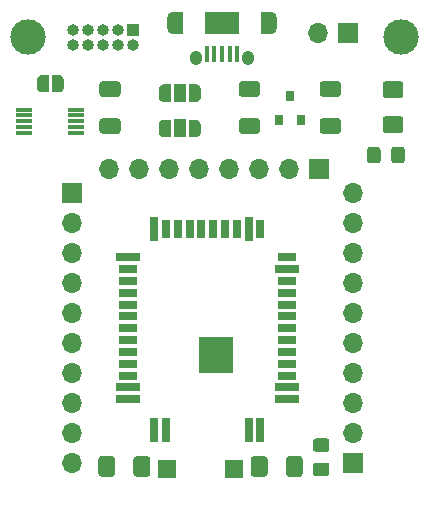
<source format=gbr>
%TF.GenerationSoftware,KiCad,Pcbnew,(5.1.8)-1*%
%TF.CreationDate,2021-02-16T14:56:34+05:30*%
%TF.ProjectId,WLR089U0-DevBoard,574c5230-3839-4553-902d-446576426f61,V1*%
%TF.SameCoordinates,Original*%
%TF.FileFunction,Soldermask,Top*%
%TF.FilePolarity,Negative*%
%FSLAX46Y46*%
G04 Gerber Fmt 4.6, Leading zero omitted, Abs format (unit mm)*
G04 Created by KiCad (PCBNEW (5.1.8)-1) date 2021-02-16 14:56:34*
%MOMM*%
%LPD*%
G01*
G04 APERTURE LIST*
%ADD10C,0.100000*%
%ADD11R,1.500000X1.500000*%
%ADD12R,1.000000X1.500000*%
%ADD13O,1.700000X1.700000*%
%ADD14R,1.700000X1.700000*%
%ADD15O,1.050000X1.250000*%
%ADD16R,0.400000X1.350000*%
%ADD17O,1.000000X1.900000*%
%ADD18R,2.900000X1.900000*%
%ADD19R,0.875000X1.900000*%
%ADD20C,2.600000*%
%ADD21C,3.000000*%
%ADD22R,2.000000X0.700000*%
%ADD23R,1.500000X0.700000*%
%ADD24R,0.700000X1.500000*%
%ADD25R,0.700000X2.000000*%
%ADD26R,3.000000X3.030000*%
%ADD27R,1.000000X1.000000*%
%ADD28O,1.000000X1.000000*%
%ADD29R,0.800000X0.900000*%
%ADD30R,1.400000X0.300000*%
G04 APERTURE END LIST*
D10*
%TO.C,JP3*%
G36*
X128550000Y-85900602D02*
G01*
X128574534Y-85900602D01*
X128623365Y-85905412D01*
X128671490Y-85914984D01*
X128718445Y-85929228D01*
X128763778Y-85948005D01*
X128807051Y-85971136D01*
X128847850Y-85998396D01*
X128885779Y-86029524D01*
X128920476Y-86064221D01*
X128951604Y-86102150D01*
X128978864Y-86142949D01*
X129001995Y-86186222D01*
X129020772Y-86231555D01*
X129035016Y-86278510D01*
X129044588Y-86326635D01*
X129049398Y-86375466D01*
X129049398Y-86400000D01*
X129050000Y-86400000D01*
X129050000Y-86900000D01*
X129049398Y-86900000D01*
X129049398Y-86924534D01*
X129044588Y-86973365D01*
X129035016Y-87021490D01*
X129020772Y-87068445D01*
X129001995Y-87113778D01*
X128978864Y-87157051D01*
X128951604Y-87197850D01*
X128920476Y-87235779D01*
X128885779Y-87270476D01*
X128847850Y-87301604D01*
X128807051Y-87328864D01*
X128763778Y-87351995D01*
X128718445Y-87370772D01*
X128671490Y-87385016D01*
X128623365Y-87394588D01*
X128574534Y-87399398D01*
X128550000Y-87399398D01*
X128550000Y-87400000D01*
X128050000Y-87400000D01*
X128050000Y-85900000D01*
X128550000Y-85900000D01*
X128550000Y-85900602D01*
G37*
G36*
X127750000Y-87400000D02*
G01*
X127250000Y-87400000D01*
X127250000Y-87399398D01*
X127225466Y-87399398D01*
X127176635Y-87394588D01*
X127128510Y-87385016D01*
X127081555Y-87370772D01*
X127036222Y-87351995D01*
X126992949Y-87328864D01*
X126952150Y-87301604D01*
X126914221Y-87270476D01*
X126879524Y-87235779D01*
X126848396Y-87197850D01*
X126821136Y-87157051D01*
X126798005Y-87113778D01*
X126779228Y-87068445D01*
X126764984Y-87021490D01*
X126755412Y-86973365D01*
X126750602Y-86924534D01*
X126750602Y-86900000D01*
X126750000Y-86900000D01*
X126750000Y-86400000D01*
X126750602Y-86400000D01*
X126750602Y-86375466D01*
X126755412Y-86326635D01*
X126764984Y-86278510D01*
X126779228Y-86231555D01*
X126798005Y-86186222D01*
X126821136Y-86142949D01*
X126848396Y-86102150D01*
X126879524Y-86064221D01*
X126914221Y-86029524D01*
X126952150Y-85998396D01*
X126992949Y-85971136D01*
X127036222Y-85948005D01*
X127081555Y-85929228D01*
X127128510Y-85914984D01*
X127176635Y-85905412D01*
X127225466Y-85900602D01*
X127250000Y-85900602D01*
X127250000Y-85900000D01*
X127750000Y-85900000D01*
X127750000Y-87400000D01*
G37*
%TD*%
D11*
%TO.C,SW1*%
X143408000Y-119263000D03*
X137788000Y-119253000D03*
%TD*%
D10*
%TO.C,JP1*%
G36*
X138098000Y-88200000D02*
G01*
X137548000Y-88200000D01*
X137548000Y-88199398D01*
X137523466Y-88199398D01*
X137474635Y-88194588D01*
X137426510Y-88185016D01*
X137379555Y-88170772D01*
X137334222Y-88151995D01*
X137290949Y-88128864D01*
X137250150Y-88101604D01*
X137212221Y-88070476D01*
X137177524Y-88035779D01*
X137146396Y-87997850D01*
X137119136Y-87957051D01*
X137096005Y-87913778D01*
X137077228Y-87868445D01*
X137062984Y-87821490D01*
X137053412Y-87773365D01*
X137048602Y-87724534D01*
X137048602Y-87700000D01*
X137048000Y-87700000D01*
X137048000Y-87200000D01*
X137048602Y-87200000D01*
X137048602Y-87175466D01*
X137053412Y-87126635D01*
X137062984Y-87078510D01*
X137077228Y-87031555D01*
X137096005Y-86986222D01*
X137119136Y-86942949D01*
X137146396Y-86902150D01*
X137177524Y-86864221D01*
X137212221Y-86829524D01*
X137250150Y-86798396D01*
X137290949Y-86771136D01*
X137334222Y-86748005D01*
X137379555Y-86729228D01*
X137426510Y-86714984D01*
X137474635Y-86705412D01*
X137523466Y-86700602D01*
X137548000Y-86700602D01*
X137548000Y-86700000D01*
X138098000Y-86700000D01*
X138098000Y-88200000D01*
G37*
D12*
X138848000Y-87450000D03*
D10*
G36*
X140148000Y-86700602D02*
G01*
X140172534Y-86700602D01*
X140221365Y-86705412D01*
X140269490Y-86714984D01*
X140316445Y-86729228D01*
X140361778Y-86748005D01*
X140405051Y-86771136D01*
X140445850Y-86798396D01*
X140483779Y-86829524D01*
X140518476Y-86864221D01*
X140549604Y-86902150D01*
X140576864Y-86942949D01*
X140599995Y-86986222D01*
X140618772Y-87031555D01*
X140633016Y-87078510D01*
X140642588Y-87126635D01*
X140647398Y-87175466D01*
X140647398Y-87200000D01*
X140648000Y-87200000D01*
X140648000Y-87700000D01*
X140647398Y-87700000D01*
X140647398Y-87724534D01*
X140642588Y-87773365D01*
X140633016Y-87821490D01*
X140618772Y-87868445D01*
X140599995Y-87913778D01*
X140576864Y-87957051D01*
X140549604Y-87997850D01*
X140518476Y-88035779D01*
X140483779Y-88070476D01*
X140445850Y-88101604D01*
X140405051Y-88128864D01*
X140361778Y-88151995D01*
X140316445Y-88170772D01*
X140269490Y-88185016D01*
X140221365Y-88194588D01*
X140172534Y-88199398D01*
X140148000Y-88199398D01*
X140148000Y-88200000D01*
X139598000Y-88200000D01*
X139598000Y-86700000D01*
X140148000Y-86700000D01*
X140148000Y-86700602D01*
G37*
%TD*%
D13*
%TO.C,J6*%
X132820000Y-93900000D03*
X135360000Y-93900000D03*
X137900000Y-93900000D03*
X140440000Y-93900000D03*
X142980000Y-93900000D03*
X145520000Y-93900000D03*
X148060000Y-93900000D03*
D14*
X150600000Y-93900000D03*
%TD*%
D15*
%TO.C,J1*%
X144650000Y-84500000D03*
D16*
X143725000Y-84175000D03*
X143075000Y-84175000D03*
X142425000Y-84175000D03*
X141125000Y-84175000D03*
D15*
X140200000Y-84500000D03*
D17*
X146600000Y-81500000D03*
X138250000Y-81500000D03*
D16*
X141775000Y-84175000D03*
D18*
X142425000Y-81500000D03*
D19*
X138687500Y-81500000D03*
X146162500Y-81500000D03*
%TD*%
D20*
%TO.C,3V3*%
X157600000Y-82700000D03*
D21*
X157600000Y-82700000D03*
%TD*%
D20*
%TO.C,GND*%
X126000000Y-82700000D03*
D21*
X126000000Y-82700000D03*
%TD*%
%TO.C,C1*%
G36*
G01*
X144099999Y-89580000D02*
X145400001Y-89580000D01*
G75*
G02*
X145650000Y-89829999I0J-249999D01*
G01*
X145650000Y-90655001D01*
G75*
G02*
X145400001Y-90905000I-249999J0D01*
G01*
X144099999Y-90905000D01*
G75*
G02*
X143850000Y-90655001I0J249999D01*
G01*
X143850000Y-89829999D01*
G75*
G02*
X144099999Y-89580000I249999J0D01*
G01*
G37*
G36*
G01*
X144099999Y-86455000D02*
X145400001Y-86455000D01*
G75*
G02*
X145650000Y-86704999I0J-249999D01*
G01*
X145650000Y-87530001D01*
G75*
G02*
X145400001Y-87780000I-249999J0D01*
G01*
X144099999Y-87780000D01*
G75*
G02*
X143850000Y-87530001I0J249999D01*
G01*
X143850000Y-86704999D01*
G75*
G02*
X144099999Y-86455000I249999J0D01*
G01*
G37*
%TD*%
%TO.C,C2*%
G36*
G01*
X152250001Y-90905000D02*
X150949999Y-90905000D01*
G75*
G02*
X150700000Y-90655001I0J249999D01*
G01*
X150700000Y-89829999D01*
G75*
G02*
X150949999Y-89580000I249999J0D01*
G01*
X152250001Y-89580000D01*
G75*
G02*
X152500000Y-89829999I0J-249999D01*
G01*
X152500000Y-90655001D01*
G75*
G02*
X152250001Y-90905000I-249999J0D01*
G01*
G37*
G36*
G01*
X152250001Y-87780000D02*
X150949999Y-87780000D01*
G75*
G02*
X150700000Y-87530001I0J249999D01*
G01*
X150700000Y-86704999D01*
G75*
G02*
X150949999Y-86455000I249999J0D01*
G01*
X152250001Y-86455000D01*
G75*
G02*
X152500000Y-86704999I0J-249999D01*
G01*
X152500000Y-87530001D01*
G75*
G02*
X152250001Y-87780000I-249999J0D01*
G01*
G37*
%TD*%
%TO.C,C3*%
G36*
G01*
X132296999Y-89580000D02*
X133597001Y-89580000D01*
G75*
G02*
X133847000Y-89829999I0J-249999D01*
G01*
X133847000Y-90655001D01*
G75*
G02*
X133597001Y-90905000I-249999J0D01*
G01*
X132296999Y-90905000D01*
G75*
G02*
X132047000Y-90655001I0J249999D01*
G01*
X132047000Y-89829999D01*
G75*
G02*
X132296999Y-89580000I249999J0D01*
G01*
G37*
G36*
G01*
X132296999Y-86455000D02*
X133597001Y-86455000D01*
G75*
G02*
X133847000Y-86704999I0J-249999D01*
G01*
X133847000Y-87530001D01*
G75*
G02*
X133597001Y-87780000I-249999J0D01*
G01*
X132296999Y-87780000D01*
G75*
G02*
X132047000Y-87530001I0J249999D01*
G01*
X132047000Y-86704999D01*
G75*
G02*
X132296999Y-86455000I249999J0D01*
G01*
G37*
%TD*%
%TO.C,D1*%
G36*
G01*
X157900000Y-92249999D02*
X157900000Y-93150001D01*
G75*
G02*
X157650001Y-93400000I-249999J0D01*
G01*
X156999999Y-93400000D01*
G75*
G02*
X156750000Y-93150001I0J249999D01*
G01*
X156750000Y-92249999D01*
G75*
G02*
X156999999Y-92000000I249999J0D01*
G01*
X157650001Y-92000000D01*
G75*
G02*
X157900000Y-92249999I0J-249999D01*
G01*
G37*
G36*
G01*
X155850000Y-92249999D02*
X155850000Y-93150001D01*
G75*
G02*
X155600001Y-93400000I-249999J0D01*
G01*
X154949999Y-93400000D01*
G75*
G02*
X154700000Y-93150001I0J249999D01*
G01*
X154700000Y-92249999D01*
G75*
G02*
X154949999Y-92000000I249999J0D01*
G01*
X155600001Y-92000000D01*
G75*
G02*
X155850000Y-92249999I0J-249999D01*
G01*
G37*
%TD*%
%TO.C,D2*%
G36*
G01*
X151265001Y-117843000D02*
X150364999Y-117843000D01*
G75*
G02*
X150115000Y-117593001I0J249999D01*
G01*
X150115000Y-116942999D01*
G75*
G02*
X150364999Y-116693000I249999J0D01*
G01*
X151265001Y-116693000D01*
G75*
G02*
X151515000Y-116942999I0J-249999D01*
G01*
X151515000Y-117593001D01*
G75*
G02*
X151265001Y-117843000I-249999J0D01*
G01*
G37*
G36*
G01*
X151265001Y-119893000D02*
X150364999Y-119893000D01*
G75*
G02*
X150115000Y-119643001I0J249999D01*
G01*
X150115000Y-118992999D01*
G75*
G02*
X150364999Y-118743000I249999J0D01*
G01*
X151265001Y-118743000D01*
G75*
G02*
X151515000Y-118992999I0J-249999D01*
G01*
X151515000Y-119643001D01*
G75*
G02*
X151265001Y-119893000I-249999J0D01*
G01*
G37*
%TD*%
D22*
%TO.C,IC1*%
X147925000Y-113370000D03*
X147925000Y-112370000D03*
D23*
X147925000Y-111370000D03*
X147925000Y-110370000D03*
X147925000Y-109370000D03*
X147925000Y-108370000D03*
X147925000Y-107370000D03*
X147925000Y-106370000D03*
X147925000Y-105370000D03*
X147925000Y-104370000D03*
X147925000Y-103370000D03*
D22*
X147925000Y-102370000D03*
D23*
X147925000Y-101370000D03*
D24*
X145675000Y-98950000D03*
D25*
X144675000Y-98950000D03*
D24*
X143675000Y-98950000D03*
X142675000Y-98950000D03*
X141675000Y-98950000D03*
X140675000Y-98950000D03*
X139675000Y-98950000D03*
X138675000Y-98950000D03*
X137675000Y-98950000D03*
D25*
X136675000Y-98950000D03*
D22*
X134425000Y-101370000D03*
D23*
X134425000Y-102370000D03*
X134425000Y-103370000D03*
X134425000Y-104370000D03*
X134425000Y-105370000D03*
X134425000Y-106370000D03*
X134425000Y-107370000D03*
X134425000Y-108370000D03*
X134425000Y-109370000D03*
X134425000Y-110370000D03*
X134425000Y-111370000D03*
D22*
X134425000Y-112370000D03*
X134425000Y-113370000D03*
D25*
X136675000Y-115950000D03*
X137675000Y-115950000D03*
X144675000Y-115950000D03*
X145675000Y-115950000D03*
D26*
X141875000Y-109620000D03*
%TD*%
D27*
%TO.C,J2*%
X134900000Y-82100000D03*
D28*
X134900000Y-83370000D03*
X133630000Y-82100000D03*
X133630000Y-83370000D03*
X132360000Y-82100000D03*
X132360000Y-83370000D03*
X131090000Y-82100000D03*
X131090000Y-83370000D03*
X129820000Y-82100000D03*
X129820000Y-83370000D03*
%TD*%
D13*
%TO.C,J3*%
X153550000Y-95940000D03*
X153550000Y-98480000D03*
X153550000Y-101020000D03*
X153550000Y-103560000D03*
X153550000Y-106100000D03*
X153550000Y-108640000D03*
X153550000Y-111180000D03*
X153550000Y-113720000D03*
X153550000Y-116260000D03*
D14*
X153550000Y-118800000D03*
%TD*%
D13*
%TO.C,J5*%
X129750000Y-118810000D03*
X129750000Y-116270000D03*
X129750000Y-113730000D03*
X129750000Y-111190000D03*
X129750000Y-108650000D03*
X129750000Y-106110000D03*
X129750000Y-103570000D03*
X129750000Y-101030000D03*
X129750000Y-98490000D03*
D14*
X129750000Y-95950000D03*
%TD*%
%TO.C,J4*%
X153100000Y-82400000D03*
D13*
X150560000Y-82400000D03*
%TD*%
D10*
%TO.C,JP2*%
G36*
X138098000Y-91200000D02*
G01*
X137548000Y-91200000D01*
X137548000Y-91199398D01*
X137523466Y-91199398D01*
X137474635Y-91194588D01*
X137426510Y-91185016D01*
X137379555Y-91170772D01*
X137334222Y-91151995D01*
X137290949Y-91128864D01*
X137250150Y-91101604D01*
X137212221Y-91070476D01*
X137177524Y-91035779D01*
X137146396Y-90997850D01*
X137119136Y-90957051D01*
X137096005Y-90913778D01*
X137077228Y-90868445D01*
X137062984Y-90821490D01*
X137053412Y-90773365D01*
X137048602Y-90724534D01*
X137048602Y-90700000D01*
X137048000Y-90700000D01*
X137048000Y-90200000D01*
X137048602Y-90200000D01*
X137048602Y-90175466D01*
X137053412Y-90126635D01*
X137062984Y-90078510D01*
X137077228Y-90031555D01*
X137096005Y-89986222D01*
X137119136Y-89942949D01*
X137146396Y-89902150D01*
X137177524Y-89864221D01*
X137212221Y-89829524D01*
X137250150Y-89798396D01*
X137290949Y-89771136D01*
X137334222Y-89748005D01*
X137379555Y-89729228D01*
X137426510Y-89714984D01*
X137474635Y-89705412D01*
X137523466Y-89700602D01*
X137548000Y-89700602D01*
X137548000Y-89700000D01*
X138098000Y-89700000D01*
X138098000Y-91200000D01*
G37*
D12*
X138848000Y-90450000D03*
D10*
G36*
X140148000Y-89700602D02*
G01*
X140172534Y-89700602D01*
X140221365Y-89705412D01*
X140269490Y-89714984D01*
X140316445Y-89729228D01*
X140361778Y-89748005D01*
X140405051Y-89771136D01*
X140445850Y-89798396D01*
X140483779Y-89829524D01*
X140518476Y-89864221D01*
X140549604Y-89902150D01*
X140576864Y-89942949D01*
X140599995Y-89986222D01*
X140618772Y-90031555D01*
X140633016Y-90078510D01*
X140642588Y-90126635D01*
X140647398Y-90175466D01*
X140647398Y-90200000D01*
X140648000Y-90200000D01*
X140648000Y-90700000D01*
X140647398Y-90700000D01*
X140647398Y-90724534D01*
X140642588Y-90773365D01*
X140633016Y-90821490D01*
X140618772Y-90868445D01*
X140599995Y-90913778D01*
X140576864Y-90957051D01*
X140549604Y-90997850D01*
X140518476Y-91035779D01*
X140483779Y-91070476D01*
X140445850Y-91101604D01*
X140405051Y-91128864D01*
X140361778Y-91151995D01*
X140316445Y-91170772D01*
X140269490Y-91185016D01*
X140221365Y-91194588D01*
X140172534Y-91199398D01*
X140148000Y-91199398D01*
X140148000Y-91200000D01*
X139598000Y-91200000D01*
X139598000Y-89700000D01*
X140148000Y-89700000D01*
X140148000Y-89700602D01*
G37*
%TD*%
%TO.C,R1*%
G36*
G01*
X131950000Y-119693000D02*
X131950000Y-118443000D01*
G75*
G02*
X132200000Y-118193000I250000J0D01*
G01*
X133125000Y-118193000D01*
G75*
G02*
X133375000Y-118443000I0J-250000D01*
G01*
X133375000Y-119693000D01*
G75*
G02*
X133125000Y-119943000I-250000J0D01*
G01*
X132200000Y-119943000D01*
G75*
G02*
X131950000Y-119693000I0J250000D01*
G01*
G37*
G36*
G01*
X134925000Y-119693000D02*
X134925000Y-118443000D01*
G75*
G02*
X135175000Y-118193000I250000J0D01*
G01*
X136100000Y-118193000D01*
G75*
G02*
X136350000Y-118443000I0J-250000D01*
G01*
X136350000Y-119693000D01*
G75*
G02*
X136100000Y-119943000I-250000J0D01*
G01*
X135175000Y-119943000D01*
G75*
G02*
X134925000Y-119693000I0J250000D01*
G01*
G37*
%TD*%
%TO.C,R2*%
G36*
G01*
X156275000Y-89425000D02*
X157525000Y-89425000D01*
G75*
G02*
X157775000Y-89675000I0J-250000D01*
G01*
X157775000Y-90600000D01*
G75*
G02*
X157525000Y-90850000I-250000J0D01*
G01*
X156275000Y-90850000D01*
G75*
G02*
X156025000Y-90600000I0J250000D01*
G01*
X156025000Y-89675000D01*
G75*
G02*
X156275000Y-89425000I250000J0D01*
G01*
G37*
G36*
G01*
X156275000Y-86450000D02*
X157525000Y-86450000D01*
G75*
G02*
X157775000Y-86700000I0J-250000D01*
G01*
X157775000Y-87625000D01*
G75*
G02*
X157525000Y-87875000I-250000J0D01*
G01*
X156275000Y-87875000D01*
G75*
G02*
X156025000Y-87625000I0J250000D01*
G01*
X156025000Y-86700000D01*
G75*
G02*
X156275000Y-86450000I250000J0D01*
G01*
G37*
%TD*%
%TO.C,R3*%
G36*
G01*
X147832000Y-119693000D02*
X147832000Y-118443000D01*
G75*
G02*
X148082000Y-118193000I250000J0D01*
G01*
X149007000Y-118193000D01*
G75*
G02*
X149257000Y-118443000I0J-250000D01*
G01*
X149257000Y-119693000D01*
G75*
G02*
X149007000Y-119943000I-250000J0D01*
G01*
X148082000Y-119943000D01*
G75*
G02*
X147832000Y-119693000I0J250000D01*
G01*
G37*
G36*
G01*
X144857000Y-119693000D02*
X144857000Y-118443000D01*
G75*
G02*
X145107000Y-118193000I250000J0D01*
G01*
X146032000Y-118193000D01*
G75*
G02*
X146282000Y-118443000I0J-250000D01*
G01*
X146282000Y-119693000D01*
G75*
G02*
X146032000Y-119943000I-250000J0D01*
G01*
X145107000Y-119943000D01*
G75*
G02*
X144857000Y-119693000I0J250000D01*
G01*
G37*
%TD*%
D29*
%TO.C,U1*%
X148175000Y-87700000D03*
X149125000Y-89700000D03*
X147225000Y-89700000D03*
%TD*%
D30*
%TO.C,U2*%
X130100000Y-88850000D03*
X130100000Y-89350000D03*
X130100000Y-89850000D03*
X130100000Y-90350000D03*
X130100000Y-90850000D03*
X125700000Y-90850000D03*
X125700000Y-90350000D03*
X125700000Y-89850000D03*
X125700000Y-89350000D03*
X125700000Y-88850000D03*
%TD*%
M02*

</source>
